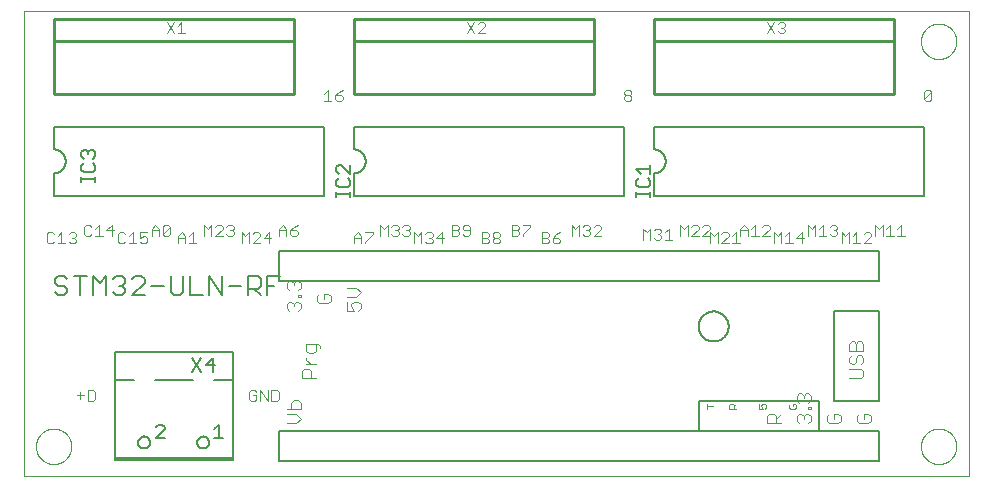
<source format=gto>
G75*
%MOIN*%
%OFA0B0*%
%FSLAX25Y25*%
%IPPOS*%
%LPD*%
%AMOC8*
5,1,8,0,0,1.08239X$1,22.5*
%
%ADD10C,0.00000*%
%ADD11C,0.00300*%
%ADD12C,0.00600*%
%ADD13C,0.00500*%
%ADD14C,0.00400*%
%ADD15C,0.01000*%
%ADD16C,0.00200*%
D10*
X0023540Y0001000D02*
X0023540Y0155980D01*
X0338501Y0155980D01*
X0338501Y0001000D01*
X0023540Y0001000D01*
X0027634Y0011000D02*
X0027636Y0011153D01*
X0027642Y0011307D01*
X0027652Y0011460D01*
X0027666Y0011612D01*
X0027684Y0011765D01*
X0027706Y0011916D01*
X0027731Y0012067D01*
X0027761Y0012218D01*
X0027795Y0012368D01*
X0027832Y0012516D01*
X0027873Y0012664D01*
X0027918Y0012810D01*
X0027967Y0012956D01*
X0028020Y0013100D01*
X0028076Y0013242D01*
X0028136Y0013383D01*
X0028200Y0013523D01*
X0028267Y0013661D01*
X0028338Y0013797D01*
X0028413Y0013931D01*
X0028490Y0014063D01*
X0028572Y0014193D01*
X0028656Y0014321D01*
X0028744Y0014447D01*
X0028835Y0014570D01*
X0028929Y0014691D01*
X0029027Y0014809D01*
X0029127Y0014925D01*
X0029231Y0015038D01*
X0029337Y0015149D01*
X0029446Y0015257D01*
X0029558Y0015362D01*
X0029672Y0015463D01*
X0029790Y0015562D01*
X0029909Y0015658D01*
X0030031Y0015751D01*
X0030156Y0015840D01*
X0030283Y0015927D01*
X0030412Y0016009D01*
X0030543Y0016089D01*
X0030676Y0016165D01*
X0030811Y0016238D01*
X0030948Y0016307D01*
X0031087Y0016372D01*
X0031227Y0016434D01*
X0031369Y0016492D01*
X0031512Y0016547D01*
X0031657Y0016598D01*
X0031803Y0016645D01*
X0031950Y0016688D01*
X0032098Y0016727D01*
X0032247Y0016763D01*
X0032397Y0016794D01*
X0032548Y0016822D01*
X0032699Y0016846D01*
X0032852Y0016866D01*
X0033004Y0016882D01*
X0033157Y0016894D01*
X0033310Y0016902D01*
X0033463Y0016906D01*
X0033617Y0016906D01*
X0033770Y0016902D01*
X0033923Y0016894D01*
X0034076Y0016882D01*
X0034228Y0016866D01*
X0034381Y0016846D01*
X0034532Y0016822D01*
X0034683Y0016794D01*
X0034833Y0016763D01*
X0034982Y0016727D01*
X0035130Y0016688D01*
X0035277Y0016645D01*
X0035423Y0016598D01*
X0035568Y0016547D01*
X0035711Y0016492D01*
X0035853Y0016434D01*
X0035993Y0016372D01*
X0036132Y0016307D01*
X0036269Y0016238D01*
X0036404Y0016165D01*
X0036537Y0016089D01*
X0036668Y0016009D01*
X0036797Y0015927D01*
X0036924Y0015840D01*
X0037049Y0015751D01*
X0037171Y0015658D01*
X0037290Y0015562D01*
X0037408Y0015463D01*
X0037522Y0015362D01*
X0037634Y0015257D01*
X0037743Y0015149D01*
X0037849Y0015038D01*
X0037953Y0014925D01*
X0038053Y0014809D01*
X0038151Y0014691D01*
X0038245Y0014570D01*
X0038336Y0014447D01*
X0038424Y0014321D01*
X0038508Y0014193D01*
X0038590Y0014063D01*
X0038667Y0013931D01*
X0038742Y0013797D01*
X0038813Y0013661D01*
X0038880Y0013523D01*
X0038944Y0013383D01*
X0039004Y0013242D01*
X0039060Y0013100D01*
X0039113Y0012956D01*
X0039162Y0012810D01*
X0039207Y0012664D01*
X0039248Y0012516D01*
X0039285Y0012368D01*
X0039319Y0012218D01*
X0039349Y0012067D01*
X0039374Y0011916D01*
X0039396Y0011765D01*
X0039414Y0011612D01*
X0039428Y0011460D01*
X0039438Y0011307D01*
X0039444Y0011153D01*
X0039446Y0011000D01*
X0039444Y0010847D01*
X0039438Y0010693D01*
X0039428Y0010540D01*
X0039414Y0010388D01*
X0039396Y0010235D01*
X0039374Y0010084D01*
X0039349Y0009933D01*
X0039319Y0009782D01*
X0039285Y0009632D01*
X0039248Y0009484D01*
X0039207Y0009336D01*
X0039162Y0009190D01*
X0039113Y0009044D01*
X0039060Y0008900D01*
X0039004Y0008758D01*
X0038944Y0008617D01*
X0038880Y0008477D01*
X0038813Y0008339D01*
X0038742Y0008203D01*
X0038667Y0008069D01*
X0038590Y0007937D01*
X0038508Y0007807D01*
X0038424Y0007679D01*
X0038336Y0007553D01*
X0038245Y0007430D01*
X0038151Y0007309D01*
X0038053Y0007191D01*
X0037953Y0007075D01*
X0037849Y0006962D01*
X0037743Y0006851D01*
X0037634Y0006743D01*
X0037522Y0006638D01*
X0037408Y0006537D01*
X0037290Y0006438D01*
X0037171Y0006342D01*
X0037049Y0006249D01*
X0036924Y0006160D01*
X0036797Y0006073D01*
X0036668Y0005991D01*
X0036537Y0005911D01*
X0036404Y0005835D01*
X0036269Y0005762D01*
X0036132Y0005693D01*
X0035993Y0005628D01*
X0035853Y0005566D01*
X0035711Y0005508D01*
X0035568Y0005453D01*
X0035423Y0005402D01*
X0035277Y0005355D01*
X0035130Y0005312D01*
X0034982Y0005273D01*
X0034833Y0005237D01*
X0034683Y0005206D01*
X0034532Y0005178D01*
X0034381Y0005154D01*
X0034228Y0005134D01*
X0034076Y0005118D01*
X0033923Y0005106D01*
X0033770Y0005098D01*
X0033617Y0005094D01*
X0033463Y0005094D01*
X0033310Y0005098D01*
X0033157Y0005106D01*
X0033004Y0005118D01*
X0032852Y0005134D01*
X0032699Y0005154D01*
X0032548Y0005178D01*
X0032397Y0005206D01*
X0032247Y0005237D01*
X0032098Y0005273D01*
X0031950Y0005312D01*
X0031803Y0005355D01*
X0031657Y0005402D01*
X0031512Y0005453D01*
X0031369Y0005508D01*
X0031227Y0005566D01*
X0031087Y0005628D01*
X0030948Y0005693D01*
X0030811Y0005762D01*
X0030676Y0005835D01*
X0030543Y0005911D01*
X0030412Y0005991D01*
X0030283Y0006073D01*
X0030156Y0006160D01*
X0030031Y0006249D01*
X0029909Y0006342D01*
X0029790Y0006438D01*
X0029672Y0006537D01*
X0029558Y0006638D01*
X0029446Y0006743D01*
X0029337Y0006851D01*
X0029231Y0006962D01*
X0029127Y0007075D01*
X0029027Y0007191D01*
X0028929Y0007309D01*
X0028835Y0007430D01*
X0028744Y0007553D01*
X0028656Y0007679D01*
X0028572Y0007807D01*
X0028490Y0007937D01*
X0028413Y0008069D01*
X0028338Y0008203D01*
X0028267Y0008339D01*
X0028200Y0008477D01*
X0028136Y0008617D01*
X0028076Y0008758D01*
X0028020Y0008900D01*
X0027967Y0009044D01*
X0027918Y0009190D01*
X0027873Y0009336D01*
X0027832Y0009484D01*
X0027795Y0009632D01*
X0027761Y0009782D01*
X0027731Y0009933D01*
X0027706Y0010084D01*
X0027684Y0010235D01*
X0027666Y0010388D01*
X0027652Y0010540D01*
X0027642Y0010693D01*
X0027636Y0010847D01*
X0027634Y0011000D01*
X0322634Y0011000D02*
X0322636Y0011153D01*
X0322642Y0011307D01*
X0322652Y0011460D01*
X0322666Y0011612D01*
X0322684Y0011765D01*
X0322706Y0011916D01*
X0322731Y0012067D01*
X0322761Y0012218D01*
X0322795Y0012368D01*
X0322832Y0012516D01*
X0322873Y0012664D01*
X0322918Y0012810D01*
X0322967Y0012956D01*
X0323020Y0013100D01*
X0323076Y0013242D01*
X0323136Y0013383D01*
X0323200Y0013523D01*
X0323267Y0013661D01*
X0323338Y0013797D01*
X0323413Y0013931D01*
X0323490Y0014063D01*
X0323572Y0014193D01*
X0323656Y0014321D01*
X0323744Y0014447D01*
X0323835Y0014570D01*
X0323929Y0014691D01*
X0324027Y0014809D01*
X0324127Y0014925D01*
X0324231Y0015038D01*
X0324337Y0015149D01*
X0324446Y0015257D01*
X0324558Y0015362D01*
X0324672Y0015463D01*
X0324790Y0015562D01*
X0324909Y0015658D01*
X0325031Y0015751D01*
X0325156Y0015840D01*
X0325283Y0015927D01*
X0325412Y0016009D01*
X0325543Y0016089D01*
X0325676Y0016165D01*
X0325811Y0016238D01*
X0325948Y0016307D01*
X0326087Y0016372D01*
X0326227Y0016434D01*
X0326369Y0016492D01*
X0326512Y0016547D01*
X0326657Y0016598D01*
X0326803Y0016645D01*
X0326950Y0016688D01*
X0327098Y0016727D01*
X0327247Y0016763D01*
X0327397Y0016794D01*
X0327548Y0016822D01*
X0327699Y0016846D01*
X0327852Y0016866D01*
X0328004Y0016882D01*
X0328157Y0016894D01*
X0328310Y0016902D01*
X0328463Y0016906D01*
X0328617Y0016906D01*
X0328770Y0016902D01*
X0328923Y0016894D01*
X0329076Y0016882D01*
X0329228Y0016866D01*
X0329381Y0016846D01*
X0329532Y0016822D01*
X0329683Y0016794D01*
X0329833Y0016763D01*
X0329982Y0016727D01*
X0330130Y0016688D01*
X0330277Y0016645D01*
X0330423Y0016598D01*
X0330568Y0016547D01*
X0330711Y0016492D01*
X0330853Y0016434D01*
X0330993Y0016372D01*
X0331132Y0016307D01*
X0331269Y0016238D01*
X0331404Y0016165D01*
X0331537Y0016089D01*
X0331668Y0016009D01*
X0331797Y0015927D01*
X0331924Y0015840D01*
X0332049Y0015751D01*
X0332171Y0015658D01*
X0332290Y0015562D01*
X0332408Y0015463D01*
X0332522Y0015362D01*
X0332634Y0015257D01*
X0332743Y0015149D01*
X0332849Y0015038D01*
X0332953Y0014925D01*
X0333053Y0014809D01*
X0333151Y0014691D01*
X0333245Y0014570D01*
X0333336Y0014447D01*
X0333424Y0014321D01*
X0333508Y0014193D01*
X0333590Y0014063D01*
X0333667Y0013931D01*
X0333742Y0013797D01*
X0333813Y0013661D01*
X0333880Y0013523D01*
X0333944Y0013383D01*
X0334004Y0013242D01*
X0334060Y0013100D01*
X0334113Y0012956D01*
X0334162Y0012810D01*
X0334207Y0012664D01*
X0334248Y0012516D01*
X0334285Y0012368D01*
X0334319Y0012218D01*
X0334349Y0012067D01*
X0334374Y0011916D01*
X0334396Y0011765D01*
X0334414Y0011612D01*
X0334428Y0011460D01*
X0334438Y0011307D01*
X0334444Y0011153D01*
X0334446Y0011000D01*
X0334444Y0010847D01*
X0334438Y0010693D01*
X0334428Y0010540D01*
X0334414Y0010388D01*
X0334396Y0010235D01*
X0334374Y0010084D01*
X0334349Y0009933D01*
X0334319Y0009782D01*
X0334285Y0009632D01*
X0334248Y0009484D01*
X0334207Y0009336D01*
X0334162Y0009190D01*
X0334113Y0009044D01*
X0334060Y0008900D01*
X0334004Y0008758D01*
X0333944Y0008617D01*
X0333880Y0008477D01*
X0333813Y0008339D01*
X0333742Y0008203D01*
X0333667Y0008069D01*
X0333590Y0007937D01*
X0333508Y0007807D01*
X0333424Y0007679D01*
X0333336Y0007553D01*
X0333245Y0007430D01*
X0333151Y0007309D01*
X0333053Y0007191D01*
X0332953Y0007075D01*
X0332849Y0006962D01*
X0332743Y0006851D01*
X0332634Y0006743D01*
X0332522Y0006638D01*
X0332408Y0006537D01*
X0332290Y0006438D01*
X0332171Y0006342D01*
X0332049Y0006249D01*
X0331924Y0006160D01*
X0331797Y0006073D01*
X0331668Y0005991D01*
X0331537Y0005911D01*
X0331404Y0005835D01*
X0331269Y0005762D01*
X0331132Y0005693D01*
X0330993Y0005628D01*
X0330853Y0005566D01*
X0330711Y0005508D01*
X0330568Y0005453D01*
X0330423Y0005402D01*
X0330277Y0005355D01*
X0330130Y0005312D01*
X0329982Y0005273D01*
X0329833Y0005237D01*
X0329683Y0005206D01*
X0329532Y0005178D01*
X0329381Y0005154D01*
X0329228Y0005134D01*
X0329076Y0005118D01*
X0328923Y0005106D01*
X0328770Y0005098D01*
X0328617Y0005094D01*
X0328463Y0005094D01*
X0328310Y0005098D01*
X0328157Y0005106D01*
X0328004Y0005118D01*
X0327852Y0005134D01*
X0327699Y0005154D01*
X0327548Y0005178D01*
X0327397Y0005206D01*
X0327247Y0005237D01*
X0327098Y0005273D01*
X0326950Y0005312D01*
X0326803Y0005355D01*
X0326657Y0005402D01*
X0326512Y0005453D01*
X0326369Y0005508D01*
X0326227Y0005566D01*
X0326087Y0005628D01*
X0325948Y0005693D01*
X0325811Y0005762D01*
X0325676Y0005835D01*
X0325543Y0005911D01*
X0325412Y0005991D01*
X0325283Y0006073D01*
X0325156Y0006160D01*
X0325031Y0006249D01*
X0324909Y0006342D01*
X0324790Y0006438D01*
X0324672Y0006537D01*
X0324558Y0006638D01*
X0324446Y0006743D01*
X0324337Y0006851D01*
X0324231Y0006962D01*
X0324127Y0007075D01*
X0324027Y0007191D01*
X0323929Y0007309D01*
X0323835Y0007430D01*
X0323744Y0007553D01*
X0323656Y0007679D01*
X0323572Y0007807D01*
X0323490Y0007937D01*
X0323413Y0008069D01*
X0323338Y0008203D01*
X0323267Y0008339D01*
X0323200Y0008477D01*
X0323136Y0008617D01*
X0323076Y0008758D01*
X0323020Y0008900D01*
X0322967Y0009044D01*
X0322918Y0009190D01*
X0322873Y0009336D01*
X0322832Y0009484D01*
X0322795Y0009632D01*
X0322761Y0009782D01*
X0322731Y0009933D01*
X0322706Y0010084D01*
X0322684Y0010235D01*
X0322666Y0010388D01*
X0322652Y0010540D01*
X0322642Y0010693D01*
X0322636Y0010847D01*
X0322634Y0011000D01*
X0322634Y0146000D02*
X0322636Y0146153D01*
X0322642Y0146307D01*
X0322652Y0146460D01*
X0322666Y0146612D01*
X0322684Y0146765D01*
X0322706Y0146916D01*
X0322731Y0147067D01*
X0322761Y0147218D01*
X0322795Y0147368D01*
X0322832Y0147516D01*
X0322873Y0147664D01*
X0322918Y0147810D01*
X0322967Y0147956D01*
X0323020Y0148100D01*
X0323076Y0148242D01*
X0323136Y0148383D01*
X0323200Y0148523D01*
X0323267Y0148661D01*
X0323338Y0148797D01*
X0323413Y0148931D01*
X0323490Y0149063D01*
X0323572Y0149193D01*
X0323656Y0149321D01*
X0323744Y0149447D01*
X0323835Y0149570D01*
X0323929Y0149691D01*
X0324027Y0149809D01*
X0324127Y0149925D01*
X0324231Y0150038D01*
X0324337Y0150149D01*
X0324446Y0150257D01*
X0324558Y0150362D01*
X0324672Y0150463D01*
X0324790Y0150562D01*
X0324909Y0150658D01*
X0325031Y0150751D01*
X0325156Y0150840D01*
X0325283Y0150927D01*
X0325412Y0151009D01*
X0325543Y0151089D01*
X0325676Y0151165D01*
X0325811Y0151238D01*
X0325948Y0151307D01*
X0326087Y0151372D01*
X0326227Y0151434D01*
X0326369Y0151492D01*
X0326512Y0151547D01*
X0326657Y0151598D01*
X0326803Y0151645D01*
X0326950Y0151688D01*
X0327098Y0151727D01*
X0327247Y0151763D01*
X0327397Y0151794D01*
X0327548Y0151822D01*
X0327699Y0151846D01*
X0327852Y0151866D01*
X0328004Y0151882D01*
X0328157Y0151894D01*
X0328310Y0151902D01*
X0328463Y0151906D01*
X0328617Y0151906D01*
X0328770Y0151902D01*
X0328923Y0151894D01*
X0329076Y0151882D01*
X0329228Y0151866D01*
X0329381Y0151846D01*
X0329532Y0151822D01*
X0329683Y0151794D01*
X0329833Y0151763D01*
X0329982Y0151727D01*
X0330130Y0151688D01*
X0330277Y0151645D01*
X0330423Y0151598D01*
X0330568Y0151547D01*
X0330711Y0151492D01*
X0330853Y0151434D01*
X0330993Y0151372D01*
X0331132Y0151307D01*
X0331269Y0151238D01*
X0331404Y0151165D01*
X0331537Y0151089D01*
X0331668Y0151009D01*
X0331797Y0150927D01*
X0331924Y0150840D01*
X0332049Y0150751D01*
X0332171Y0150658D01*
X0332290Y0150562D01*
X0332408Y0150463D01*
X0332522Y0150362D01*
X0332634Y0150257D01*
X0332743Y0150149D01*
X0332849Y0150038D01*
X0332953Y0149925D01*
X0333053Y0149809D01*
X0333151Y0149691D01*
X0333245Y0149570D01*
X0333336Y0149447D01*
X0333424Y0149321D01*
X0333508Y0149193D01*
X0333590Y0149063D01*
X0333667Y0148931D01*
X0333742Y0148797D01*
X0333813Y0148661D01*
X0333880Y0148523D01*
X0333944Y0148383D01*
X0334004Y0148242D01*
X0334060Y0148100D01*
X0334113Y0147956D01*
X0334162Y0147810D01*
X0334207Y0147664D01*
X0334248Y0147516D01*
X0334285Y0147368D01*
X0334319Y0147218D01*
X0334349Y0147067D01*
X0334374Y0146916D01*
X0334396Y0146765D01*
X0334414Y0146612D01*
X0334428Y0146460D01*
X0334438Y0146307D01*
X0334444Y0146153D01*
X0334446Y0146000D01*
X0334444Y0145847D01*
X0334438Y0145693D01*
X0334428Y0145540D01*
X0334414Y0145388D01*
X0334396Y0145235D01*
X0334374Y0145084D01*
X0334349Y0144933D01*
X0334319Y0144782D01*
X0334285Y0144632D01*
X0334248Y0144484D01*
X0334207Y0144336D01*
X0334162Y0144190D01*
X0334113Y0144044D01*
X0334060Y0143900D01*
X0334004Y0143758D01*
X0333944Y0143617D01*
X0333880Y0143477D01*
X0333813Y0143339D01*
X0333742Y0143203D01*
X0333667Y0143069D01*
X0333590Y0142937D01*
X0333508Y0142807D01*
X0333424Y0142679D01*
X0333336Y0142553D01*
X0333245Y0142430D01*
X0333151Y0142309D01*
X0333053Y0142191D01*
X0332953Y0142075D01*
X0332849Y0141962D01*
X0332743Y0141851D01*
X0332634Y0141743D01*
X0332522Y0141638D01*
X0332408Y0141537D01*
X0332290Y0141438D01*
X0332171Y0141342D01*
X0332049Y0141249D01*
X0331924Y0141160D01*
X0331797Y0141073D01*
X0331668Y0140991D01*
X0331537Y0140911D01*
X0331404Y0140835D01*
X0331269Y0140762D01*
X0331132Y0140693D01*
X0330993Y0140628D01*
X0330853Y0140566D01*
X0330711Y0140508D01*
X0330568Y0140453D01*
X0330423Y0140402D01*
X0330277Y0140355D01*
X0330130Y0140312D01*
X0329982Y0140273D01*
X0329833Y0140237D01*
X0329683Y0140206D01*
X0329532Y0140178D01*
X0329381Y0140154D01*
X0329228Y0140134D01*
X0329076Y0140118D01*
X0328923Y0140106D01*
X0328770Y0140098D01*
X0328617Y0140094D01*
X0328463Y0140094D01*
X0328310Y0140098D01*
X0328157Y0140106D01*
X0328004Y0140118D01*
X0327852Y0140134D01*
X0327699Y0140154D01*
X0327548Y0140178D01*
X0327397Y0140206D01*
X0327247Y0140237D01*
X0327098Y0140273D01*
X0326950Y0140312D01*
X0326803Y0140355D01*
X0326657Y0140402D01*
X0326512Y0140453D01*
X0326369Y0140508D01*
X0326227Y0140566D01*
X0326087Y0140628D01*
X0325948Y0140693D01*
X0325811Y0140762D01*
X0325676Y0140835D01*
X0325543Y0140911D01*
X0325412Y0140991D01*
X0325283Y0141073D01*
X0325156Y0141160D01*
X0325031Y0141249D01*
X0324909Y0141342D01*
X0324790Y0141438D01*
X0324672Y0141537D01*
X0324558Y0141638D01*
X0324446Y0141743D01*
X0324337Y0141851D01*
X0324231Y0141962D01*
X0324127Y0142075D01*
X0324027Y0142191D01*
X0323929Y0142309D01*
X0323835Y0142430D01*
X0323744Y0142553D01*
X0323656Y0142679D01*
X0323572Y0142807D01*
X0323490Y0142937D01*
X0323413Y0143069D01*
X0323338Y0143203D01*
X0323267Y0143339D01*
X0323200Y0143477D01*
X0323136Y0143617D01*
X0323076Y0143758D01*
X0323020Y0143900D01*
X0322967Y0144044D01*
X0322918Y0144190D01*
X0322873Y0144336D01*
X0322832Y0144484D01*
X0322795Y0144632D01*
X0322761Y0144782D01*
X0322731Y0144933D01*
X0322706Y0145084D01*
X0322684Y0145235D01*
X0322666Y0145388D01*
X0322652Y0145540D01*
X0322642Y0145693D01*
X0322636Y0145847D01*
X0322634Y0146000D01*
D11*
X0324308Y0129853D02*
X0325542Y0129853D01*
X0326159Y0129236D01*
X0323690Y0126767D01*
X0324308Y0126150D01*
X0325542Y0126150D01*
X0326159Y0126767D01*
X0326159Y0129236D01*
X0324308Y0129853D02*
X0323690Y0129236D01*
X0323690Y0126767D01*
X0316041Y0084853D02*
X0316041Y0081150D01*
X0314807Y0081150D02*
X0317275Y0081150D01*
X0313592Y0081150D02*
X0311123Y0081150D01*
X0309909Y0081150D02*
X0309909Y0084853D01*
X0308675Y0083619D01*
X0307440Y0084853D01*
X0307440Y0081150D01*
X0306025Y0081119D02*
X0306025Y0081736D01*
X0305408Y0082353D01*
X0304174Y0082353D01*
X0303557Y0081736D01*
X0301108Y0082353D02*
X0299873Y0081119D01*
X0298659Y0082353D02*
X0298659Y0078650D01*
X0299873Y0078650D02*
X0302342Y0078650D01*
X0303557Y0078650D02*
X0306025Y0081119D01*
X0306025Y0078650D02*
X0303557Y0078650D01*
X0301108Y0078650D02*
X0301108Y0082353D01*
X0298659Y0082353D02*
X0297425Y0081119D01*
X0296190Y0082353D01*
X0296190Y0078650D01*
X0294158Y0081150D02*
X0292924Y0081150D01*
X0292307Y0081767D01*
X0291092Y0081150D02*
X0288623Y0081150D01*
X0287409Y0081150D02*
X0287409Y0084853D01*
X0286175Y0083619D01*
X0284940Y0084853D01*
X0284940Y0081150D01*
X0283525Y0080502D02*
X0281057Y0080502D01*
X0282908Y0082353D01*
X0282908Y0078650D01*
X0279842Y0078650D02*
X0277373Y0078650D01*
X0276159Y0078650D02*
X0276159Y0082353D01*
X0274925Y0081119D01*
X0273690Y0082353D01*
X0273690Y0078650D01*
X0272275Y0081150D02*
X0269807Y0081150D01*
X0272275Y0083619D01*
X0272275Y0084236D01*
X0271658Y0084853D01*
X0270424Y0084853D01*
X0269807Y0084236D01*
X0267358Y0084853D02*
X0267358Y0081150D01*
X0268592Y0081150D02*
X0266123Y0081150D01*
X0264909Y0081150D02*
X0264909Y0083619D01*
X0263675Y0084853D01*
X0262440Y0083619D01*
X0262440Y0081150D01*
X0261041Y0082353D02*
X0261041Y0078650D01*
X0259807Y0078650D02*
X0262275Y0078650D01*
X0259807Y0081119D02*
X0261041Y0082353D01*
X0262440Y0083002D02*
X0264909Y0083002D01*
X0266123Y0083619D02*
X0267358Y0084853D01*
X0258592Y0081736D02*
X0257975Y0082353D01*
X0256741Y0082353D01*
X0256123Y0081736D01*
X0254909Y0082353D02*
X0254909Y0078650D01*
X0256123Y0078650D02*
X0258592Y0081119D01*
X0258592Y0081736D01*
X0254909Y0082353D02*
X0253675Y0081119D01*
X0252440Y0082353D01*
X0252440Y0078650D01*
X0252275Y0081150D02*
X0249807Y0081150D01*
X0252275Y0083619D01*
X0252275Y0084236D01*
X0251658Y0084853D01*
X0250424Y0084853D01*
X0249807Y0084236D01*
X0248592Y0084236D02*
X0247975Y0084853D01*
X0246741Y0084853D01*
X0246123Y0084236D01*
X0244909Y0084853D02*
X0244909Y0081150D01*
X0246123Y0081150D02*
X0248592Y0083619D01*
X0248592Y0084236D01*
X0244909Y0084853D02*
X0243675Y0083619D01*
X0242440Y0084853D01*
X0242440Y0081150D01*
X0239775Y0079900D02*
X0237307Y0079900D01*
X0238541Y0079900D02*
X0238541Y0083603D01*
X0237307Y0082369D01*
X0236092Y0082369D02*
X0235475Y0081752D01*
X0236092Y0081134D01*
X0236092Y0080517D01*
X0235475Y0079900D01*
X0234241Y0079900D01*
X0233623Y0080517D01*
X0232409Y0079900D02*
X0232409Y0083603D01*
X0231175Y0082369D01*
X0229940Y0083603D01*
X0229940Y0079900D01*
X0233623Y0082986D02*
X0234241Y0083603D01*
X0235475Y0083603D01*
X0236092Y0082986D01*
X0236092Y0082369D01*
X0235475Y0081752D02*
X0234858Y0081752D01*
X0246123Y0081150D02*
X0248592Y0081150D01*
X0256123Y0078650D02*
X0258592Y0078650D01*
X0277373Y0081119D02*
X0278608Y0082353D01*
X0278608Y0078650D01*
X0288623Y0083619D02*
X0289858Y0084853D01*
X0289858Y0081150D01*
X0293541Y0083002D02*
X0294158Y0083002D01*
X0294775Y0082384D01*
X0294775Y0081767D01*
X0294158Y0081150D01*
X0294158Y0083002D02*
X0294775Y0083619D01*
X0294775Y0084236D01*
X0294158Y0084853D01*
X0292924Y0084853D01*
X0292307Y0084236D01*
X0311123Y0083619D02*
X0312358Y0084853D01*
X0312358Y0081150D01*
X0314807Y0083619D02*
X0316041Y0084853D01*
X0226159Y0126767D02*
X0226159Y0127384D01*
X0225542Y0128002D01*
X0224308Y0128002D01*
X0223690Y0128619D01*
X0223690Y0129236D01*
X0224308Y0129853D01*
X0225542Y0129853D01*
X0226159Y0129236D01*
X0226159Y0128619D01*
X0225542Y0128002D01*
X0224308Y0128002D02*
X0223690Y0127384D01*
X0223690Y0126767D01*
X0224308Y0126150D01*
X0225542Y0126150D01*
X0226159Y0126767D01*
X0215408Y0084853D02*
X0214174Y0084853D01*
X0213557Y0084236D01*
X0212342Y0084236D02*
X0212342Y0083619D01*
X0211725Y0083002D01*
X0212342Y0082384D01*
X0212342Y0081767D01*
X0211725Y0081150D01*
X0210491Y0081150D01*
X0209873Y0081767D01*
X0208659Y0081150D02*
X0208659Y0084853D01*
X0207425Y0083619D01*
X0206190Y0084853D01*
X0206190Y0081150D01*
X0202342Y0082353D02*
X0201108Y0081736D01*
X0199873Y0080502D01*
X0201725Y0080502D01*
X0202342Y0079884D01*
X0202342Y0079267D01*
X0201725Y0078650D01*
X0200491Y0078650D01*
X0199873Y0079267D01*
X0199873Y0080502D01*
X0198659Y0081119D02*
X0198042Y0080502D01*
X0196190Y0080502D01*
X0196190Y0082353D02*
X0196190Y0078650D01*
X0198042Y0078650D01*
X0198659Y0079267D01*
X0198659Y0079884D01*
X0198042Y0080502D01*
X0198659Y0081119D02*
X0198659Y0081736D01*
X0198042Y0082353D01*
X0196190Y0082353D01*
X0192342Y0084236D02*
X0189873Y0081767D01*
X0189873Y0081150D01*
X0188659Y0081767D02*
X0188042Y0081150D01*
X0186190Y0081150D01*
X0186190Y0084853D01*
X0188042Y0084853D01*
X0188659Y0084236D01*
X0188659Y0083619D01*
X0188042Y0083002D01*
X0186190Y0083002D01*
X0188042Y0083002D02*
X0188659Y0082384D01*
X0188659Y0081767D01*
X0192342Y0084236D02*
X0192342Y0084853D01*
X0189873Y0084853D01*
X0182342Y0081736D02*
X0182342Y0081119D01*
X0181725Y0080502D01*
X0180491Y0080502D01*
X0179873Y0081119D01*
X0179873Y0081736D01*
X0180491Y0082353D01*
X0181725Y0082353D01*
X0182342Y0081736D01*
X0181725Y0080502D02*
X0182342Y0079884D01*
X0182342Y0079267D01*
X0181725Y0078650D01*
X0180491Y0078650D01*
X0179873Y0079267D01*
X0179873Y0079884D01*
X0180491Y0080502D01*
X0178659Y0081119D02*
X0178659Y0081736D01*
X0178042Y0082353D01*
X0176190Y0082353D01*
X0176190Y0078650D01*
X0178042Y0078650D01*
X0178659Y0079267D01*
X0178659Y0079884D01*
X0178042Y0080502D01*
X0176190Y0080502D01*
X0178042Y0080502D02*
X0178659Y0081119D01*
X0172342Y0081767D02*
X0172342Y0084236D01*
X0171725Y0084853D01*
X0170491Y0084853D01*
X0169873Y0084236D01*
X0169873Y0083619D01*
X0170491Y0083002D01*
X0172342Y0083002D01*
X0172342Y0081767D02*
X0171725Y0081150D01*
X0170491Y0081150D01*
X0169873Y0081767D01*
X0168659Y0081767D02*
X0168042Y0081150D01*
X0166190Y0081150D01*
X0166190Y0084853D01*
X0168042Y0084853D01*
X0168659Y0084236D01*
X0168659Y0083619D01*
X0168042Y0083002D01*
X0166190Y0083002D01*
X0168042Y0083002D02*
X0168659Y0082384D01*
X0168659Y0081767D01*
X0163525Y0080502D02*
X0161057Y0080502D01*
X0162908Y0082353D01*
X0162908Y0078650D01*
X0159842Y0079267D02*
X0159225Y0078650D01*
X0157991Y0078650D01*
X0157373Y0079267D01*
X0156159Y0078650D02*
X0156159Y0082353D01*
X0154925Y0081119D01*
X0153690Y0082353D01*
X0153690Y0078650D01*
X0151658Y0081150D02*
X0150424Y0081150D01*
X0149807Y0081767D01*
X0148592Y0081767D02*
X0147975Y0081150D01*
X0146741Y0081150D01*
X0146123Y0081767D01*
X0144909Y0081150D02*
X0144909Y0084853D01*
X0143675Y0083619D01*
X0142440Y0084853D01*
X0142440Y0081150D01*
X0139842Y0081736D02*
X0137373Y0079267D01*
X0137373Y0078650D01*
X0136159Y0078650D02*
X0136159Y0081119D01*
X0134925Y0082353D01*
X0133690Y0081119D01*
X0133690Y0078650D01*
X0133690Y0080502D02*
X0136159Y0080502D01*
X0137373Y0082353D02*
X0139842Y0082353D01*
X0139842Y0081736D01*
X0146123Y0084236D02*
X0146741Y0084853D01*
X0147975Y0084853D01*
X0148592Y0084236D01*
X0148592Y0083619D01*
X0147975Y0083002D01*
X0148592Y0082384D01*
X0148592Y0081767D01*
X0147975Y0083002D02*
X0147358Y0083002D01*
X0149807Y0084236D02*
X0150424Y0084853D01*
X0151658Y0084853D01*
X0152275Y0084236D01*
X0152275Y0083619D01*
X0151658Y0083002D01*
X0152275Y0082384D01*
X0152275Y0081767D01*
X0151658Y0081150D01*
X0151658Y0083002D02*
X0151041Y0083002D01*
X0157373Y0081736D02*
X0157991Y0082353D01*
X0159225Y0082353D01*
X0159842Y0081736D01*
X0159842Y0081119D01*
X0159225Y0080502D01*
X0159842Y0079884D01*
X0159842Y0079267D01*
X0159225Y0080502D02*
X0158608Y0080502D01*
X0114842Y0081767D02*
X0114225Y0081150D01*
X0112991Y0081150D01*
X0112373Y0081767D01*
X0112373Y0083002D01*
X0114225Y0083002D01*
X0114842Y0082384D01*
X0114842Y0081767D01*
X0113608Y0084236D02*
X0112373Y0083002D01*
X0111159Y0083002D02*
X0108690Y0083002D01*
X0108690Y0083619D02*
X0108690Y0081150D01*
X0111159Y0081150D02*
X0111159Y0083619D01*
X0109925Y0084853D01*
X0108690Y0083619D01*
X0105408Y0082353D02*
X0103557Y0080502D01*
X0106025Y0080502D01*
X0105408Y0082353D02*
X0105408Y0078650D01*
X0102342Y0078650D02*
X0099873Y0078650D01*
X0102342Y0081119D01*
X0102342Y0081736D01*
X0101725Y0082353D01*
X0100491Y0082353D01*
X0099873Y0081736D01*
X0098659Y0082353D02*
X0098659Y0078650D01*
X0096190Y0078650D02*
X0096190Y0082353D01*
X0097425Y0081119D01*
X0098659Y0082353D01*
X0093525Y0082384D02*
X0093525Y0081767D01*
X0092908Y0081150D01*
X0091674Y0081150D01*
X0091057Y0081767D01*
X0089842Y0081150D02*
X0087373Y0081150D01*
X0089842Y0083619D01*
X0089842Y0084236D01*
X0089225Y0084853D01*
X0087991Y0084853D01*
X0087373Y0084236D01*
X0086159Y0084853D02*
X0084925Y0083619D01*
X0083690Y0084853D01*
X0083690Y0081150D01*
X0086159Y0081150D02*
X0086159Y0084853D01*
X0091057Y0084236D02*
X0091674Y0084853D01*
X0092908Y0084853D01*
X0093525Y0084236D01*
X0093525Y0083619D01*
X0092908Y0083002D01*
X0093525Y0082384D01*
X0092908Y0083002D02*
X0092291Y0083002D01*
X0081092Y0078650D02*
X0078623Y0078650D01*
X0077409Y0078650D02*
X0077409Y0081119D01*
X0076175Y0082353D01*
X0074940Y0081119D01*
X0074940Y0078650D01*
X0074940Y0080502D02*
X0077409Y0080502D01*
X0078623Y0081119D02*
X0079858Y0082353D01*
X0079858Y0078650D01*
X0072342Y0081767D02*
X0071725Y0081150D01*
X0070491Y0081150D01*
X0069873Y0081767D01*
X0072342Y0084236D01*
X0072342Y0081767D01*
X0069873Y0081767D02*
X0069873Y0084236D01*
X0070491Y0084853D01*
X0071725Y0084853D01*
X0072342Y0084236D01*
X0068659Y0083619D02*
X0068659Y0081150D01*
X0068659Y0083002D02*
X0066190Y0083002D01*
X0066190Y0083619D02*
X0066190Y0081150D01*
X0064775Y0080502D02*
X0064775Y0079267D01*
X0064158Y0078650D01*
X0062924Y0078650D01*
X0062307Y0079267D01*
X0062307Y0080502D02*
X0063541Y0081119D01*
X0064158Y0081119D01*
X0064775Y0080502D01*
X0064775Y0082353D02*
X0062307Y0082353D01*
X0062307Y0080502D01*
X0061092Y0078650D02*
X0058623Y0078650D01*
X0059858Y0078650D02*
X0059858Y0082353D01*
X0058623Y0081119D01*
X0057409Y0081736D02*
X0056792Y0082353D01*
X0055558Y0082353D01*
X0054940Y0081736D01*
X0054940Y0079267D01*
X0055558Y0078650D01*
X0056792Y0078650D01*
X0057409Y0079267D01*
X0052908Y0081150D02*
X0052908Y0084853D01*
X0051057Y0083002D01*
X0053525Y0083002D01*
X0049842Y0081150D02*
X0047373Y0081150D01*
X0048608Y0081150D02*
X0048608Y0084853D01*
X0047373Y0083619D01*
X0046159Y0084236D02*
X0045542Y0084853D01*
X0044308Y0084853D01*
X0043690Y0084236D01*
X0043690Y0081767D01*
X0044308Y0081150D01*
X0045542Y0081150D01*
X0046159Y0081767D01*
X0041025Y0081736D02*
X0041025Y0081119D01*
X0040408Y0080502D01*
X0041025Y0079884D01*
X0041025Y0079267D01*
X0040408Y0078650D01*
X0039174Y0078650D01*
X0038557Y0079267D01*
X0037342Y0078650D02*
X0034873Y0078650D01*
X0036108Y0078650D02*
X0036108Y0082353D01*
X0034873Y0081119D01*
X0033659Y0081736D02*
X0033042Y0082353D01*
X0031808Y0082353D01*
X0031190Y0081736D01*
X0031190Y0079267D01*
X0031808Y0078650D01*
X0033042Y0078650D01*
X0033659Y0079267D01*
X0038557Y0081736D02*
X0039174Y0082353D01*
X0040408Y0082353D01*
X0041025Y0081736D01*
X0040408Y0080502D02*
X0039791Y0080502D01*
X0066190Y0083619D02*
X0067425Y0084853D01*
X0068659Y0083619D01*
X0113608Y0084236D02*
X0114842Y0084853D01*
X0123690Y0126150D02*
X0126159Y0126150D01*
X0124925Y0126150D02*
X0124925Y0129853D01*
X0123690Y0128619D01*
X0127373Y0128002D02*
X0127373Y0126767D01*
X0127991Y0126150D01*
X0129225Y0126150D01*
X0129842Y0126767D01*
X0129842Y0127384D01*
X0129225Y0128002D01*
X0127373Y0128002D01*
X0128608Y0129236D01*
X0129842Y0129853D01*
X0209873Y0084236D02*
X0210491Y0084853D01*
X0211725Y0084853D01*
X0212342Y0084236D01*
X0211725Y0083002D02*
X0211108Y0083002D01*
X0213557Y0081150D02*
X0216025Y0083619D01*
X0216025Y0084236D01*
X0215408Y0084853D01*
X0216025Y0081150D02*
X0213557Y0081150D01*
X0108525Y0029236D02*
X0107908Y0029853D01*
X0106057Y0029853D01*
X0106057Y0026150D01*
X0107908Y0026150D01*
X0108525Y0026767D01*
X0108525Y0029236D01*
X0104842Y0029853D02*
X0104842Y0026150D01*
X0102373Y0029853D01*
X0102373Y0026150D01*
X0101159Y0026767D02*
X0101159Y0028002D01*
X0099925Y0028002D01*
X0101159Y0029236D02*
X0100542Y0029853D01*
X0099308Y0029853D01*
X0098690Y0029236D01*
X0098690Y0026767D01*
X0099308Y0026150D01*
X0100542Y0026150D01*
X0101159Y0026767D01*
X0047342Y0026767D02*
X0046725Y0026150D01*
X0044873Y0026150D01*
X0044873Y0029853D01*
X0046725Y0029853D01*
X0047342Y0029236D01*
X0047342Y0026767D01*
X0043659Y0028002D02*
X0041190Y0028002D01*
X0042425Y0029236D02*
X0042425Y0026767D01*
D12*
X0053883Y0033098D02*
X0053883Y0007098D01*
X0093182Y0007098D01*
X0093182Y0006299D01*
X0053883Y0006299D01*
X0053883Y0007098D01*
X0061683Y0012300D02*
X0061685Y0012389D01*
X0061691Y0012478D01*
X0061701Y0012567D01*
X0061715Y0012655D01*
X0061732Y0012742D01*
X0061754Y0012828D01*
X0061780Y0012914D01*
X0061809Y0012998D01*
X0061842Y0013081D01*
X0061878Y0013162D01*
X0061919Y0013242D01*
X0061962Y0013319D01*
X0062009Y0013395D01*
X0062060Y0013468D01*
X0062113Y0013539D01*
X0062170Y0013608D01*
X0062230Y0013674D01*
X0062293Y0013738D01*
X0062358Y0013798D01*
X0062426Y0013856D01*
X0062497Y0013910D01*
X0062570Y0013961D01*
X0062645Y0014009D01*
X0062722Y0014054D01*
X0062801Y0014095D01*
X0062882Y0014132D01*
X0062964Y0014166D01*
X0063048Y0014197D01*
X0063133Y0014223D01*
X0063219Y0014246D01*
X0063306Y0014264D01*
X0063394Y0014279D01*
X0063483Y0014290D01*
X0063572Y0014297D01*
X0063661Y0014300D01*
X0063750Y0014299D01*
X0063839Y0014294D01*
X0063927Y0014285D01*
X0064016Y0014272D01*
X0064103Y0014255D01*
X0064190Y0014235D01*
X0064276Y0014210D01*
X0064360Y0014182D01*
X0064443Y0014150D01*
X0064525Y0014114D01*
X0064605Y0014075D01*
X0064683Y0014032D01*
X0064759Y0013986D01*
X0064833Y0013936D01*
X0064905Y0013883D01*
X0064974Y0013827D01*
X0065041Y0013768D01*
X0065105Y0013706D01*
X0065166Y0013642D01*
X0065225Y0013574D01*
X0065280Y0013504D01*
X0065332Y0013432D01*
X0065381Y0013357D01*
X0065426Y0013281D01*
X0065468Y0013202D01*
X0065506Y0013122D01*
X0065541Y0013040D01*
X0065572Y0012956D01*
X0065600Y0012871D01*
X0065623Y0012785D01*
X0065643Y0012698D01*
X0065659Y0012611D01*
X0065671Y0012522D01*
X0065679Y0012434D01*
X0065683Y0012345D01*
X0065683Y0012255D01*
X0065679Y0012166D01*
X0065671Y0012078D01*
X0065659Y0011989D01*
X0065643Y0011902D01*
X0065623Y0011815D01*
X0065600Y0011729D01*
X0065572Y0011644D01*
X0065541Y0011560D01*
X0065506Y0011478D01*
X0065468Y0011398D01*
X0065426Y0011319D01*
X0065381Y0011243D01*
X0065332Y0011168D01*
X0065280Y0011096D01*
X0065225Y0011026D01*
X0065166Y0010958D01*
X0065105Y0010894D01*
X0065041Y0010832D01*
X0064974Y0010773D01*
X0064905Y0010717D01*
X0064833Y0010664D01*
X0064759Y0010614D01*
X0064683Y0010568D01*
X0064605Y0010525D01*
X0064525Y0010486D01*
X0064443Y0010450D01*
X0064360Y0010418D01*
X0064276Y0010390D01*
X0064190Y0010365D01*
X0064103Y0010345D01*
X0064016Y0010328D01*
X0063927Y0010315D01*
X0063839Y0010306D01*
X0063750Y0010301D01*
X0063661Y0010300D01*
X0063572Y0010303D01*
X0063483Y0010310D01*
X0063394Y0010321D01*
X0063306Y0010336D01*
X0063219Y0010354D01*
X0063133Y0010377D01*
X0063048Y0010403D01*
X0062964Y0010434D01*
X0062882Y0010468D01*
X0062801Y0010505D01*
X0062722Y0010546D01*
X0062645Y0010591D01*
X0062570Y0010639D01*
X0062497Y0010690D01*
X0062426Y0010744D01*
X0062358Y0010802D01*
X0062293Y0010862D01*
X0062230Y0010926D01*
X0062170Y0010992D01*
X0062113Y0011061D01*
X0062060Y0011132D01*
X0062009Y0011205D01*
X0061962Y0011281D01*
X0061919Y0011358D01*
X0061878Y0011438D01*
X0061842Y0011519D01*
X0061809Y0011602D01*
X0061780Y0011686D01*
X0061754Y0011772D01*
X0061732Y0011858D01*
X0061715Y0011945D01*
X0061701Y0012033D01*
X0061691Y0012122D01*
X0061685Y0012211D01*
X0061683Y0012300D01*
X0081383Y0012300D02*
X0081385Y0012389D01*
X0081391Y0012478D01*
X0081401Y0012567D01*
X0081415Y0012655D01*
X0081432Y0012742D01*
X0081454Y0012828D01*
X0081480Y0012914D01*
X0081509Y0012998D01*
X0081542Y0013081D01*
X0081578Y0013162D01*
X0081619Y0013242D01*
X0081662Y0013319D01*
X0081709Y0013395D01*
X0081760Y0013468D01*
X0081813Y0013539D01*
X0081870Y0013608D01*
X0081930Y0013674D01*
X0081993Y0013738D01*
X0082058Y0013798D01*
X0082126Y0013856D01*
X0082197Y0013910D01*
X0082270Y0013961D01*
X0082345Y0014009D01*
X0082422Y0014054D01*
X0082501Y0014095D01*
X0082582Y0014132D01*
X0082664Y0014166D01*
X0082748Y0014197D01*
X0082833Y0014223D01*
X0082919Y0014246D01*
X0083006Y0014264D01*
X0083094Y0014279D01*
X0083183Y0014290D01*
X0083272Y0014297D01*
X0083361Y0014300D01*
X0083450Y0014299D01*
X0083539Y0014294D01*
X0083627Y0014285D01*
X0083716Y0014272D01*
X0083803Y0014255D01*
X0083890Y0014235D01*
X0083976Y0014210D01*
X0084060Y0014182D01*
X0084143Y0014150D01*
X0084225Y0014114D01*
X0084305Y0014075D01*
X0084383Y0014032D01*
X0084459Y0013986D01*
X0084533Y0013936D01*
X0084605Y0013883D01*
X0084674Y0013827D01*
X0084741Y0013768D01*
X0084805Y0013706D01*
X0084866Y0013642D01*
X0084925Y0013574D01*
X0084980Y0013504D01*
X0085032Y0013432D01*
X0085081Y0013357D01*
X0085126Y0013281D01*
X0085168Y0013202D01*
X0085206Y0013122D01*
X0085241Y0013040D01*
X0085272Y0012956D01*
X0085300Y0012871D01*
X0085323Y0012785D01*
X0085343Y0012698D01*
X0085359Y0012611D01*
X0085371Y0012522D01*
X0085379Y0012434D01*
X0085383Y0012345D01*
X0085383Y0012255D01*
X0085379Y0012166D01*
X0085371Y0012078D01*
X0085359Y0011989D01*
X0085343Y0011902D01*
X0085323Y0011815D01*
X0085300Y0011729D01*
X0085272Y0011644D01*
X0085241Y0011560D01*
X0085206Y0011478D01*
X0085168Y0011398D01*
X0085126Y0011319D01*
X0085081Y0011243D01*
X0085032Y0011168D01*
X0084980Y0011096D01*
X0084925Y0011026D01*
X0084866Y0010958D01*
X0084805Y0010894D01*
X0084741Y0010832D01*
X0084674Y0010773D01*
X0084605Y0010717D01*
X0084533Y0010664D01*
X0084459Y0010614D01*
X0084383Y0010568D01*
X0084305Y0010525D01*
X0084225Y0010486D01*
X0084143Y0010450D01*
X0084060Y0010418D01*
X0083976Y0010390D01*
X0083890Y0010365D01*
X0083803Y0010345D01*
X0083716Y0010328D01*
X0083627Y0010315D01*
X0083539Y0010306D01*
X0083450Y0010301D01*
X0083361Y0010300D01*
X0083272Y0010303D01*
X0083183Y0010310D01*
X0083094Y0010321D01*
X0083006Y0010336D01*
X0082919Y0010354D01*
X0082833Y0010377D01*
X0082748Y0010403D01*
X0082664Y0010434D01*
X0082582Y0010468D01*
X0082501Y0010505D01*
X0082422Y0010546D01*
X0082345Y0010591D01*
X0082270Y0010639D01*
X0082197Y0010690D01*
X0082126Y0010744D01*
X0082058Y0010802D01*
X0081993Y0010862D01*
X0081930Y0010926D01*
X0081870Y0010992D01*
X0081813Y0011061D01*
X0081760Y0011132D01*
X0081709Y0011205D01*
X0081662Y0011281D01*
X0081619Y0011358D01*
X0081578Y0011438D01*
X0081542Y0011519D01*
X0081509Y0011602D01*
X0081480Y0011686D01*
X0081454Y0011772D01*
X0081432Y0011858D01*
X0081415Y0011945D01*
X0081401Y0012033D01*
X0081391Y0012122D01*
X0081385Y0012211D01*
X0081383Y0012300D01*
X0093182Y0007098D02*
X0093182Y0033098D01*
X0086883Y0033098D01*
X0093182Y0033098D02*
X0093182Y0042500D01*
X0053883Y0042500D01*
X0053883Y0033098D01*
X0060182Y0033098D01*
X0067182Y0033098D02*
X0079883Y0033098D01*
X0078959Y0061300D02*
X0083229Y0061300D01*
X0085404Y0061300D02*
X0085404Y0067705D01*
X0089675Y0061300D01*
X0089675Y0067705D01*
X0091850Y0064503D02*
X0096120Y0064503D01*
X0098295Y0063435D02*
X0101498Y0063435D01*
X0102566Y0064503D01*
X0102566Y0066638D01*
X0101498Y0067705D01*
X0098295Y0067705D01*
X0098295Y0061300D01*
X0100430Y0063435D02*
X0102566Y0061300D01*
X0104741Y0061300D02*
X0104741Y0067705D01*
X0109011Y0067705D01*
X0106876Y0064503D02*
X0104741Y0064503D01*
X0078959Y0067705D02*
X0078959Y0061300D01*
X0076784Y0062368D02*
X0076784Y0067705D01*
X0072513Y0067705D02*
X0072513Y0062368D01*
X0073581Y0061300D01*
X0075716Y0061300D01*
X0076784Y0062368D01*
X0070338Y0064503D02*
X0066068Y0064503D01*
X0063893Y0065570D02*
X0063893Y0066638D01*
X0062825Y0067705D01*
X0060690Y0067705D01*
X0059622Y0066638D01*
X0057447Y0066638D02*
X0057447Y0065570D01*
X0056380Y0064503D01*
X0057447Y0063435D01*
X0057447Y0062368D01*
X0056380Y0061300D01*
X0054244Y0061300D01*
X0053177Y0062368D01*
X0051002Y0061300D02*
X0051002Y0067705D01*
X0048866Y0065570D01*
X0046731Y0067705D01*
X0046731Y0061300D01*
X0042421Y0061300D02*
X0042421Y0067705D01*
X0040286Y0067705D02*
X0044556Y0067705D01*
X0038111Y0066638D02*
X0037043Y0067705D01*
X0034908Y0067705D01*
X0033840Y0066638D01*
X0033840Y0065570D01*
X0034908Y0064503D01*
X0037043Y0064503D01*
X0038111Y0063435D01*
X0038111Y0062368D01*
X0037043Y0061300D01*
X0034908Y0061300D01*
X0033840Y0062368D01*
X0053177Y0066638D02*
X0054244Y0067705D01*
X0056380Y0067705D01*
X0057447Y0066638D01*
X0056380Y0064503D02*
X0055312Y0064503D01*
X0059622Y0061300D02*
X0063893Y0065570D01*
X0063893Y0061300D02*
X0059622Y0061300D01*
X0033540Y0094500D02*
X0033540Y0102000D01*
X0033666Y0102002D01*
X0033791Y0102008D01*
X0033916Y0102018D01*
X0034041Y0102032D01*
X0034166Y0102049D01*
X0034290Y0102071D01*
X0034413Y0102096D01*
X0034535Y0102126D01*
X0034656Y0102159D01*
X0034776Y0102196D01*
X0034895Y0102236D01*
X0035012Y0102281D01*
X0035129Y0102329D01*
X0035243Y0102381D01*
X0035356Y0102436D01*
X0035467Y0102495D01*
X0035576Y0102557D01*
X0035683Y0102623D01*
X0035788Y0102692D01*
X0035891Y0102764D01*
X0035992Y0102839D01*
X0036090Y0102918D01*
X0036185Y0103000D01*
X0036278Y0103084D01*
X0036368Y0103172D01*
X0036456Y0103262D01*
X0036540Y0103355D01*
X0036622Y0103450D01*
X0036701Y0103548D01*
X0036776Y0103649D01*
X0036848Y0103752D01*
X0036917Y0103857D01*
X0036983Y0103964D01*
X0037045Y0104073D01*
X0037104Y0104184D01*
X0037159Y0104297D01*
X0037211Y0104411D01*
X0037259Y0104528D01*
X0037304Y0104645D01*
X0037344Y0104764D01*
X0037381Y0104884D01*
X0037414Y0105005D01*
X0037444Y0105127D01*
X0037469Y0105250D01*
X0037491Y0105374D01*
X0037508Y0105499D01*
X0037522Y0105624D01*
X0037532Y0105749D01*
X0037538Y0105874D01*
X0037540Y0106000D01*
X0037538Y0106126D01*
X0037532Y0106251D01*
X0037522Y0106376D01*
X0037508Y0106501D01*
X0037491Y0106626D01*
X0037469Y0106750D01*
X0037444Y0106873D01*
X0037414Y0106995D01*
X0037381Y0107116D01*
X0037344Y0107236D01*
X0037304Y0107355D01*
X0037259Y0107472D01*
X0037211Y0107589D01*
X0037159Y0107703D01*
X0037104Y0107816D01*
X0037045Y0107927D01*
X0036983Y0108036D01*
X0036917Y0108143D01*
X0036848Y0108248D01*
X0036776Y0108351D01*
X0036701Y0108452D01*
X0036622Y0108550D01*
X0036540Y0108645D01*
X0036456Y0108738D01*
X0036368Y0108828D01*
X0036278Y0108916D01*
X0036185Y0109000D01*
X0036090Y0109082D01*
X0035992Y0109161D01*
X0035891Y0109236D01*
X0035788Y0109308D01*
X0035683Y0109377D01*
X0035576Y0109443D01*
X0035467Y0109505D01*
X0035356Y0109564D01*
X0035243Y0109619D01*
X0035129Y0109671D01*
X0035012Y0109719D01*
X0034895Y0109764D01*
X0034776Y0109804D01*
X0034656Y0109841D01*
X0034535Y0109874D01*
X0034413Y0109904D01*
X0034290Y0109929D01*
X0034166Y0109951D01*
X0034041Y0109968D01*
X0033916Y0109982D01*
X0033791Y0109992D01*
X0033666Y0109998D01*
X0033540Y0110000D01*
X0033540Y0117500D01*
X0123540Y0117500D01*
X0123540Y0094500D01*
X0033540Y0094500D01*
X0133540Y0094500D02*
X0133540Y0102000D01*
X0133666Y0102002D01*
X0133791Y0102008D01*
X0133916Y0102018D01*
X0134041Y0102032D01*
X0134166Y0102049D01*
X0134290Y0102071D01*
X0134413Y0102096D01*
X0134535Y0102126D01*
X0134656Y0102159D01*
X0134776Y0102196D01*
X0134895Y0102236D01*
X0135012Y0102281D01*
X0135129Y0102329D01*
X0135243Y0102381D01*
X0135356Y0102436D01*
X0135467Y0102495D01*
X0135576Y0102557D01*
X0135683Y0102623D01*
X0135788Y0102692D01*
X0135891Y0102764D01*
X0135992Y0102839D01*
X0136090Y0102918D01*
X0136185Y0103000D01*
X0136278Y0103084D01*
X0136368Y0103172D01*
X0136456Y0103262D01*
X0136540Y0103355D01*
X0136622Y0103450D01*
X0136701Y0103548D01*
X0136776Y0103649D01*
X0136848Y0103752D01*
X0136917Y0103857D01*
X0136983Y0103964D01*
X0137045Y0104073D01*
X0137104Y0104184D01*
X0137159Y0104297D01*
X0137211Y0104411D01*
X0137259Y0104528D01*
X0137304Y0104645D01*
X0137344Y0104764D01*
X0137381Y0104884D01*
X0137414Y0105005D01*
X0137444Y0105127D01*
X0137469Y0105250D01*
X0137491Y0105374D01*
X0137508Y0105499D01*
X0137522Y0105624D01*
X0137532Y0105749D01*
X0137538Y0105874D01*
X0137540Y0106000D01*
X0137538Y0106126D01*
X0137532Y0106251D01*
X0137522Y0106376D01*
X0137508Y0106501D01*
X0137491Y0106626D01*
X0137469Y0106750D01*
X0137444Y0106873D01*
X0137414Y0106995D01*
X0137381Y0107116D01*
X0137344Y0107236D01*
X0137304Y0107355D01*
X0137259Y0107472D01*
X0137211Y0107589D01*
X0137159Y0107703D01*
X0137104Y0107816D01*
X0137045Y0107927D01*
X0136983Y0108036D01*
X0136917Y0108143D01*
X0136848Y0108248D01*
X0136776Y0108351D01*
X0136701Y0108452D01*
X0136622Y0108550D01*
X0136540Y0108645D01*
X0136456Y0108738D01*
X0136368Y0108828D01*
X0136278Y0108916D01*
X0136185Y0109000D01*
X0136090Y0109082D01*
X0135992Y0109161D01*
X0135891Y0109236D01*
X0135788Y0109308D01*
X0135683Y0109377D01*
X0135576Y0109443D01*
X0135467Y0109505D01*
X0135356Y0109564D01*
X0135243Y0109619D01*
X0135129Y0109671D01*
X0135012Y0109719D01*
X0134895Y0109764D01*
X0134776Y0109804D01*
X0134656Y0109841D01*
X0134535Y0109874D01*
X0134413Y0109904D01*
X0134290Y0109929D01*
X0134166Y0109951D01*
X0134041Y0109968D01*
X0133916Y0109982D01*
X0133791Y0109992D01*
X0133666Y0109998D01*
X0133540Y0110000D01*
X0133540Y0117500D01*
X0223540Y0117500D01*
X0223540Y0094500D01*
X0133540Y0094500D01*
X0233540Y0094500D02*
X0233540Y0102000D01*
X0233666Y0102002D01*
X0233791Y0102008D01*
X0233916Y0102018D01*
X0234041Y0102032D01*
X0234166Y0102049D01*
X0234290Y0102071D01*
X0234413Y0102096D01*
X0234535Y0102126D01*
X0234656Y0102159D01*
X0234776Y0102196D01*
X0234895Y0102236D01*
X0235012Y0102281D01*
X0235129Y0102329D01*
X0235243Y0102381D01*
X0235356Y0102436D01*
X0235467Y0102495D01*
X0235576Y0102557D01*
X0235683Y0102623D01*
X0235788Y0102692D01*
X0235891Y0102764D01*
X0235992Y0102839D01*
X0236090Y0102918D01*
X0236185Y0103000D01*
X0236278Y0103084D01*
X0236368Y0103172D01*
X0236456Y0103262D01*
X0236540Y0103355D01*
X0236622Y0103450D01*
X0236701Y0103548D01*
X0236776Y0103649D01*
X0236848Y0103752D01*
X0236917Y0103857D01*
X0236983Y0103964D01*
X0237045Y0104073D01*
X0237104Y0104184D01*
X0237159Y0104297D01*
X0237211Y0104411D01*
X0237259Y0104528D01*
X0237304Y0104645D01*
X0237344Y0104764D01*
X0237381Y0104884D01*
X0237414Y0105005D01*
X0237444Y0105127D01*
X0237469Y0105250D01*
X0237491Y0105374D01*
X0237508Y0105499D01*
X0237522Y0105624D01*
X0237532Y0105749D01*
X0237538Y0105874D01*
X0237540Y0106000D01*
X0237538Y0106126D01*
X0237532Y0106251D01*
X0237522Y0106376D01*
X0237508Y0106501D01*
X0237491Y0106626D01*
X0237469Y0106750D01*
X0237444Y0106873D01*
X0237414Y0106995D01*
X0237381Y0107116D01*
X0237344Y0107236D01*
X0237304Y0107355D01*
X0237259Y0107472D01*
X0237211Y0107589D01*
X0237159Y0107703D01*
X0237104Y0107816D01*
X0237045Y0107927D01*
X0236983Y0108036D01*
X0236917Y0108143D01*
X0236848Y0108248D01*
X0236776Y0108351D01*
X0236701Y0108452D01*
X0236622Y0108550D01*
X0236540Y0108645D01*
X0236456Y0108738D01*
X0236368Y0108828D01*
X0236278Y0108916D01*
X0236185Y0109000D01*
X0236090Y0109082D01*
X0235992Y0109161D01*
X0235891Y0109236D01*
X0235788Y0109308D01*
X0235683Y0109377D01*
X0235576Y0109443D01*
X0235467Y0109505D01*
X0235356Y0109564D01*
X0235243Y0109619D01*
X0235129Y0109671D01*
X0235012Y0109719D01*
X0234895Y0109764D01*
X0234776Y0109804D01*
X0234656Y0109841D01*
X0234535Y0109874D01*
X0234413Y0109904D01*
X0234290Y0109929D01*
X0234166Y0109951D01*
X0234041Y0109968D01*
X0233916Y0109982D01*
X0233791Y0109992D01*
X0233666Y0109998D01*
X0233540Y0110000D01*
X0233540Y0117500D01*
X0323540Y0117500D01*
X0323540Y0094500D01*
X0233540Y0094500D01*
D13*
X0232290Y0094250D02*
X0232290Y0095751D01*
X0232290Y0095001D02*
X0227787Y0095001D01*
X0227787Y0095751D02*
X0227787Y0094250D01*
X0228537Y0097319D02*
X0231540Y0097319D01*
X0232290Y0098070D01*
X0232290Y0099571D01*
X0231540Y0100322D01*
X0232290Y0101923D02*
X0232290Y0104926D01*
X0232290Y0103424D02*
X0227787Y0103424D01*
X0229288Y0101923D01*
X0228537Y0100322D02*
X0227787Y0099571D01*
X0227787Y0098070D01*
X0228537Y0097319D01*
X0308540Y0076000D02*
X0308540Y0066000D01*
X0108540Y0066000D01*
X0108540Y0076000D01*
X0308540Y0076000D01*
X0308540Y0056000D02*
X0293540Y0056000D01*
X0293540Y0026000D01*
X0308540Y0026000D01*
X0308540Y0056000D01*
X0248540Y0051000D02*
X0248542Y0051141D01*
X0248548Y0051282D01*
X0248558Y0051422D01*
X0248572Y0051562D01*
X0248590Y0051702D01*
X0248611Y0051841D01*
X0248637Y0051980D01*
X0248666Y0052118D01*
X0248700Y0052254D01*
X0248737Y0052390D01*
X0248778Y0052525D01*
X0248823Y0052659D01*
X0248872Y0052791D01*
X0248924Y0052922D01*
X0248980Y0053051D01*
X0249040Y0053178D01*
X0249103Y0053304D01*
X0249169Y0053428D01*
X0249240Y0053551D01*
X0249313Y0053671D01*
X0249390Y0053789D01*
X0249470Y0053905D01*
X0249554Y0054018D01*
X0249640Y0054129D01*
X0249730Y0054238D01*
X0249823Y0054344D01*
X0249918Y0054447D01*
X0250017Y0054548D01*
X0250118Y0054646D01*
X0250222Y0054741D01*
X0250329Y0054833D01*
X0250438Y0054922D01*
X0250550Y0055007D01*
X0250664Y0055090D01*
X0250780Y0055170D01*
X0250899Y0055246D01*
X0251020Y0055318D01*
X0251142Y0055388D01*
X0251267Y0055453D01*
X0251393Y0055516D01*
X0251521Y0055574D01*
X0251651Y0055629D01*
X0251782Y0055681D01*
X0251915Y0055728D01*
X0252049Y0055772D01*
X0252184Y0055813D01*
X0252320Y0055849D01*
X0252457Y0055881D01*
X0252595Y0055910D01*
X0252733Y0055935D01*
X0252873Y0055955D01*
X0253013Y0055972D01*
X0253153Y0055985D01*
X0253294Y0055994D01*
X0253434Y0055999D01*
X0253575Y0056000D01*
X0253716Y0055997D01*
X0253857Y0055990D01*
X0253997Y0055979D01*
X0254137Y0055964D01*
X0254277Y0055945D01*
X0254416Y0055923D01*
X0254554Y0055896D01*
X0254692Y0055866D01*
X0254828Y0055831D01*
X0254964Y0055793D01*
X0255098Y0055751D01*
X0255232Y0055705D01*
X0255364Y0055656D01*
X0255494Y0055602D01*
X0255623Y0055545D01*
X0255750Y0055485D01*
X0255876Y0055421D01*
X0255999Y0055353D01*
X0256121Y0055282D01*
X0256241Y0055208D01*
X0256358Y0055130D01*
X0256473Y0055049D01*
X0256586Y0054965D01*
X0256697Y0054878D01*
X0256805Y0054787D01*
X0256910Y0054694D01*
X0257013Y0054597D01*
X0257113Y0054498D01*
X0257210Y0054396D01*
X0257304Y0054291D01*
X0257395Y0054184D01*
X0257483Y0054074D01*
X0257568Y0053962D01*
X0257650Y0053847D01*
X0257729Y0053730D01*
X0257804Y0053611D01*
X0257876Y0053490D01*
X0257944Y0053367D01*
X0258009Y0053242D01*
X0258071Y0053115D01*
X0258128Y0052986D01*
X0258183Y0052856D01*
X0258233Y0052725D01*
X0258280Y0052592D01*
X0258323Y0052458D01*
X0258362Y0052322D01*
X0258397Y0052186D01*
X0258429Y0052049D01*
X0258456Y0051911D01*
X0258480Y0051772D01*
X0258500Y0051632D01*
X0258516Y0051492D01*
X0258528Y0051352D01*
X0258536Y0051211D01*
X0258540Y0051070D01*
X0258540Y0050930D01*
X0258536Y0050789D01*
X0258528Y0050648D01*
X0258516Y0050508D01*
X0258500Y0050368D01*
X0258480Y0050228D01*
X0258456Y0050089D01*
X0258429Y0049951D01*
X0258397Y0049814D01*
X0258362Y0049678D01*
X0258323Y0049542D01*
X0258280Y0049408D01*
X0258233Y0049275D01*
X0258183Y0049144D01*
X0258128Y0049014D01*
X0258071Y0048885D01*
X0258009Y0048758D01*
X0257944Y0048633D01*
X0257876Y0048510D01*
X0257804Y0048389D01*
X0257729Y0048270D01*
X0257650Y0048153D01*
X0257568Y0048038D01*
X0257483Y0047926D01*
X0257395Y0047816D01*
X0257304Y0047709D01*
X0257210Y0047604D01*
X0257113Y0047502D01*
X0257013Y0047403D01*
X0256910Y0047306D01*
X0256805Y0047213D01*
X0256697Y0047122D01*
X0256586Y0047035D01*
X0256473Y0046951D01*
X0256358Y0046870D01*
X0256241Y0046792D01*
X0256121Y0046718D01*
X0255999Y0046647D01*
X0255876Y0046579D01*
X0255750Y0046515D01*
X0255623Y0046455D01*
X0255494Y0046398D01*
X0255364Y0046344D01*
X0255232Y0046295D01*
X0255098Y0046249D01*
X0254964Y0046207D01*
X0254828Y0046169D01*
X0254692Y0046134D01*
X0254554Y0046104D01*
X0254416Y0046077D01*
X0254277Y0046055D01*
X0254137Y0046036D01*
X0253997Y0046021D01*
X0253857Y0046010D01*
X0253716Y0046003D01*
X0253575Y0046000D01*
X0253434Y0046001D01*
X0253294Y0046006D01*
X0253153Y0046015D01*
X0253013Y0046028D01*
X0252873Y0046045D01*
X0252733Y0046065D01*
X0252595Y0046090D01*
X0252457Y0046119D01*
X0252320Y0046151D01*
X0252184Y0046187D01*
X0252049Y0046228D01*
X0251915Y0046272D01*
X0251782Y0046319D01*
X0251651Y0046371D01*
X0251521Y0046426D01*
X0251393Y0046484D01*
X0251267Y0046547D01*
X0251142Y0046612D01*
X0251020Y0046682D01*
X0250899Y0046754D01*
X0250780Y0046830D01*
X0250664Y0046910D01*
X0250550Y0046993D01*
X0250438Y0047078D01*
X0250329Y0047167D01*
X0250222Y0047259D01*
X0250118Y0047354D01*
X0250017Y0047452D01*
X0249918Y0047553D01*
X0249823Y0047656D01*
X0249730Y0047762D01*
X0249640Y0047871D01*
X0249554Y0047982D01*
X0249470Y0048095D01*
X0249390Y0048211D01*
X0249313Y0048329D01*
X0249240Y0048449D01*
X0249169Y0048572D01*
X0249103Y0048696D01*
X0249040Y0048822D01*
X0248980Y0048949D01*
X0248924Y0049078D01*
X0248872Y0049209D01*
X0248823Y0049341D01*
X0248778Y0049475D01*
X0248737Y0049610D01*
X0248700Y0049746D01*
X0248666Y0049882D01*
X0248637Y0050020D01*
X0248611Y0050159D01*
X0248590Y0050298D01*
X0248572Y0050438D01*
X0248558Y0050578D01*
X0248548Y0050718D01*
X0248542Y0050859D01*
X0248540Y0051000D01*
X0248540Y0026000D02*
X0288540Y0026000D01*
X0288540Y0016000D01*
X0248540Y0016000D01*
X0248540Y0026000D01*
X0308540Y0016000D02*
X0308540Y0006000D01*
X0108540Y0006000D01*
X0108540Y0016000D01*
X0308540Y0016000D01*
X0132290Y0094250D02*
X0132290Y0095751D01*
X0132290Y0095001D02*
X0127787Y0095001D01*
X0127787Y0095751D02*
X0127787Y0094250D01*
X0128537Y0097319D02*
X0131540Y0097319D01*
X0132290Y0098070D01*
X0132290Y0099571D01*
X0131540Y0100322D01*
X0132290Y0101923D02*
X0129288Y0104926D01*
X0128537Y0104926D01*
X0127787Y0104175D01*
X0127787Y0102674D01*
X0128537Y0101923D01*
X0128537Y0100322D02*
X0127787Y0099571D01*
X0127787Y0098070D01*
X0128537Y0097319D01*
X0132290Y0101923D02*
X0132290Y0104926D01*
X0047290Y0104571D02*
X0047290Y0103070D01*
X0046540Y0102319D01*
X0043537Y0102319D01*
X0042787Y0103070D01*
X0042787Y0104571D01*
X0043537Y0105322D01*
X0043537Y0106923D02*
X0042787Y0107674D01*
X0042787Y0109175D01*
X0043537Y0109926D01*
X0044288Y0109926D01*
X0045038Y0109175D01*
X0045789Y0109926D01*
X0046540Y0109926D01*
X0047290Y0109175D01*
X0047290Y0107674D01*
X0046540Y0106923D01*
X0046540Y0105322D02*
X0047290Y0104571D01*
X0047290Y0100751D02*
X0047290Y0099250D01*
X0047290Y0100001D02*
X0042787Y0100001D01*
X0042787Y0100751D02*
X0042787Y0099250D01*
X0045038Y0108424D02*
X0045038Y0109175D01*
X0079725Y0040454D02*
X0082728Y0035950D01*
X0079725Y0035950D02*
X0082728Y0040454D01*
X0084329Y0038202D02*
X0087331Y0038202D01*
X0086581Y0040454D02*
X0084329Y0038202D01*
X0086581Y0035950D02*
X0086581Y0040454D01*
X0088530Y0018254D02*
X0088530Y0013750D01*
X0087029Y0013750D02*
X0090031Y0013750D01*
X0087029Y0016753D02*
X0088530Y0018254D01*
X0070531Y0017503D02*
X0070531Y0016753D01*
X0067529Y0013750D01*
X0070531Y0013750D01*
X0070531Y0017503D02*
X0069781Y0018254D01*
X0068280Y0018254D01*
X0067529Y0017503D01*
D14*
X0111236Y0018700D02*
X0114306Y0018700D01*
X0115840Y0020235D01*
X0114306Y0021769D01*
X0111236Y0021769D01*
X0111236Y0023304D02*
X0115840Y0023304D01*
X0115840Y0025606D01*
X0115073Y0026373D01*
X0113538Y0026373D01*
X0112771Y0025606D01*
X0112771Y0023304D01*
X0116236Y0033700D02*
X0116236Y0036002D01*
X0117004Y0036769D01*
X0118538Y0036769D01*
X0119306Y0036002D01*
X0119306Y0033700D01*
X0120840Y0033700D02*
X0116236Y0033700D01*
X0117771Y0038304D02*
X0120840Y0038304D01*
X0119306Y0038304D02*
X0117771Y0039839D01*
X0117771Y0040606D01*
X0118538Y0042141D02*
X0120073Y0042141D01*
X0120840Y0042908D01*
X0120840Y0045210D01*
X0121608Y0045210D02*
X0117771Y0045210D01*
X0117771Y0042908D01*
X0118538Y0042141D01*
X0122375Y0043675D02*
X0122375Y0044442D01*
X0121608Y0045210D01*
X0115073Y0056200D02*
X0115840Y0056967D01*
X0115840Y0058502D01*
X0115073Y0059269D01*
X0114306Y0059269D01*
X0113538Y0058502D01*
X0113538Y0057735D01*
X0113538Y0058502D02*
X0112771Y0059269D01*
X0112004Y0059269D01*
X0111236Y0058502D01*
X0111236Y0056967D01*
X0112004Y0056200D01*
X0115073Y0060804D02*
X0115073Y0061571D01*
X0115840Y0061571D01*
X0115840Y0060804D01*
X0115073Y0060804D01*
X0115073Y0063106D02*
X0115840Y0063873D01*
X0115840Y0065408D01*
X0115073Y0066175D01*
X0114306Y0066175D01*
X0113538Y0065408D01*
X0113538Y0064641D01*
X0113538Y0065408D02*
X0112771Y0066175D01*
X0112004Y0066175D01*
X0111236Y0065408D01*
X0111236Y0063873D01*
X0112004Y0063106D01*
X0121236Y0061002D02*
X0121236Y0059467D01*
X0122004Y0058700D01*
X0125073Y0058700D01*
X0125840Y0059467D01*
X0125840Y0061002D01*
X0125073Y0061769D01*
X0123538Y0061769D01*
X0123538Y0060235D01*
X0122004Y0061769D02*
X0121236Y0061002D01*
X0131236Y0060804D02*
X0134306Y0060804D01*
X0135840Y0062339D01*
X0134306Y0063873D01*
X0131236Y0063873D01*
X0131236Y0059269D02*
X0131236Y0056200D01*
X0133538Y0056200D01*
X0132771Y0057735D01*
X0132771Y0058502D01*
X0133538Y0059269D01*
X0135073Y0059269D01*
X0135840Y0058502D01*
X0135840Y0056967D01*
X0135073Y0056200D01*
X0271236Y0021002D02*
X0271236Y0018700D01*
X0275840Y0018700D01*
X0274306Y0018700D02*
X0274306Y0021002D01*
X0273538Y0021769D01*
X0272004Y0021769D01*
X0271236Y0021002D01*
X0274306Y0020235D02*
X0275840Y0021769D01*
X0281236Y0021002D02*
X0281236Y0019467D01*
X0282004Y0018700D01*
X0283538Y0020235D02*
X0283538Y0021002D01*
X0284306Y0021769D01*
X0285073Y0021769D01*
X0285840Y0021002D01*
X0285840Y0019467D01*
X0285073Y0018700D01*
X0283538Y0021002D02*
X0282771Y0021769D01*
X0282004Y0021769D01*
X0281236Y0021002D01*
X0285073Y0023304D02*
X0285073Y0024071D01*
X0285840Y0024071D01*
X0285840Y0023304D01*
X0285073Y0023304D01*
X0285073Y0025606D02*
X0285840Y0026373D01*
X0285840Y0027908D01*
X0285073Y0028675D01*
X0284306Y0028675D01*
X0283538Y0027908D01*
X0283538Y0027141D01*
X0283538Y0027908D02*
X0282771Y0028675D01*
X0282004Y0028675D01*
X0281236Y0027908D01*
X0281236Y0026373D01*
X0282004Y0025606D01*
X0291236Y0021002D02*
X0291236Y0019467D01*
X0292004Y0018700D01*
X0295073Y0018700D01*
X0295840Y0019467D01*
X0295840Y0021002D01*
X0295073Y0021769D01*
X0293538Y0021769D01*
X0293538Y0020235D01*
X0292004Y0021769D02*
X0291236Y0021002D01*
X0301236Y0021002D02*
X0301236Y0019467D01*
X0302004Y0018700D01*
X0305073Y0018700D01*
X0305840Y0019467D01*
X0305840Y0021002D01*
X0305073Y0021769D01*
X0303538Y0021769D01*
X0303538Y0020235D01*
X0302004Y0021769D02*
X0301236Y0021002D01*
X0302573Y0033700D02*
X0298736Y0033700D01*
X0298736Y0036769D02*
X0302573Y0036769D01*
X0303340Y0036002D01*
X0303340Y0034467D01*
X0302573Y0033700D01*
X0302573Y0038304D02*
X0303340Y0039071D01*
X0303340Y0040606D01*
X0302573Y0041373D01*
X0301806Y0041373D01*
X0301038Y0040606D01*
X0301038Y0039071D01*
X0300271Y0038304D01*
X0299504Y0038304D01*
X0298736Y0039071D01*
X0298736Y0040606D01*
X0299504Y0041373D01*
X0298736Y0042908D02*
X0298736Y0045210D01*
X0299504Y0045977D01*
X0300271Y0045977D01*
X0301038Y0045210D01*
X0301038Y0042908D01*
X0303340Y0042908D02*
X0298736Y0042908D01*
X0301038Y0045210D02*
X0301806Y0045977D01*
X0302573Y0045977D01*
X0303340Y0045210D01*
X0303340Y0042908D01*
X0276725Y0148700D02*
X0275524Y0148700D01*
X0274923Y0149301D01*
X0273642Y0148700D02*
X0271240Y0152303D01*
X0273642Y0152303D02*
X0271240Y0148700D01*
X0274923Y0151703D02*
X0275524Y0152303D01*
X0276725Y0152303D01*
X0277326Y0151703D01*
X0277326Y0151102D01*
X0276725Y0150502D01*
X0277326Y0149901D01*
X0277326Y0149301D01*
X0276725Y0148700D01*
X0276725Y0150502D02*
X0276125Y0150502D01*
X0177326Y0151102D02*
X0177326Y0151703D01*
X0176725Y0152303D01*
X0175524Y0152303D01*
X0174923Y0151703D01*
X0173642Y0152303D02*
X0171240Y0148700D01*
X0173642Y0148700D02*
X0171240Y0152303D01*
X0174923Y0148700D02*
X0177326Y0151102D01*
X0177326Y0148700D02*
X0174923Y0148700D01*
X0077326Y0148700D02*
X0074923Y0148700D01*
X0076125Y0148700D02*
X0076125Y0152303D01*
X0074923Y0151102D01*
X0073642Y0152303D02*
X0071240Y0148700D01*
X0073642Y0148700D02*
X0071240Y0152303D01*
D15*
X0033540Y0153500D02*
X0033540Y0146000D01*
X0113540Y0146000D01*
X0113540Y0128500D01*
X0033540Y0128500D01*
X0033540Y0146000D01*
X0033540Y0153500D02*
X0113540Y0153500D01*
X0113540Y0146000D01*
X0133540Y0146000D02*
X0213540Y0146000D01*
X0213540Y0128500D01*
X0133540Y0128500D01*
X0133540Y0146000D01*
X0133540Y0153500D01*
X0213540Y0153500D01*
X0213540Y0146000D01*
X0233540Y0146000D02*
X0313540Y0146000D01*
X0313540Y0128500D01*
X0233540Y0128500D01*
X0233540Y0146000D01*
X0233540Y0153500D01*
X0313540Y0153500D01*
X0313540Y0146000D01*
D16*
X0280573Y0025068D02*
X0279839Y0025068D01*
X0279839Y0024334D01*
X0279105Y0025068D02*
X0278738Y0024701D01*
X0278738Y0023967D01*
X0279105Y0023600D01*
X0280573Y0023600D01*
X0280940Y0023967D01*
X0280940Y0024701D01*
X0280573Y0025068D01*
X0270940Y0024701D02*
X0270940Y0023967D01*
X0270573Y0023600D01*
X0269839Y0023600D02*
X0269472Y0024334D01*
X0269472Y0024701D01*
X0269839Y0025068D01*
X0270573Y0025068D01*
X0270940Y0024701D01*
X0269839Y0023600D02*
X0268738Y0023600D01*
X0268738Y0025068D01*
X0260940Y0025068D02*
X0260206Y0024334D01*
X0260206Y0024701D02*
X0260206Y0023600D01*
X0260940Y0023600D02*
X0258738Y0023600D01*
X0258738Y0024701D01*
X0259105Y0025068D01*
X0259839Y0025068D01*
X0260206Y0024701D01*
X0253440Y0024334D02*
X0251238Y0024334D01*
X0251238Y0023600D02*
X0251238Y0025068D01*
M02*

</source>
